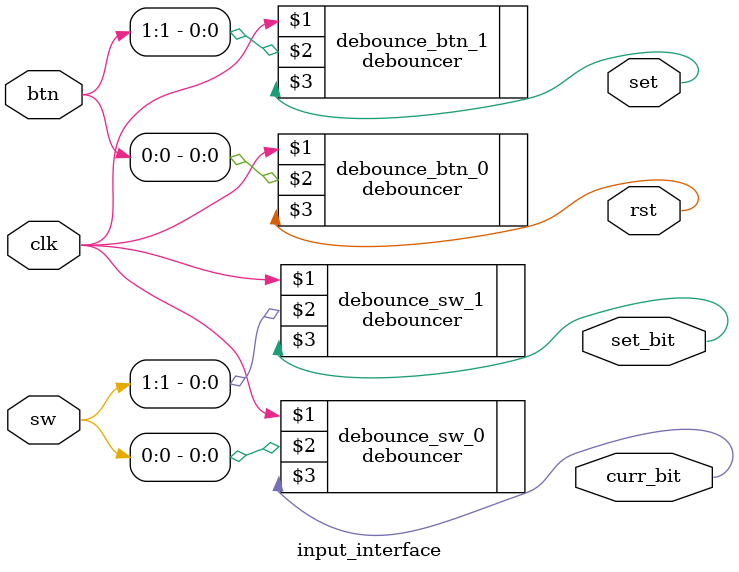
<source format=v>
`timescale 1ns / 1ps


module input_interface(
  input clk,
  input [1:0] sw,
  output wire curr_bit,
  output wire set_bit,
  input [1:0] btn,
  output wire rst,
  output wire set
  );

  debouncer debounce_sw_0 ( clk, sw[0], curr_bit );
  debouncer debounce_sw_1 ( clk, sw[1], set_bit );
  debouncer debounce_btn_1 ( clk, btn[1], set );
  debouncer debounce_btn_0 ( clk, btn[0], rst );
endmodule

</source>
